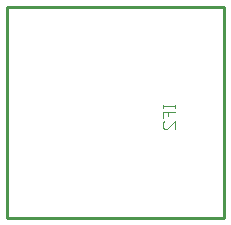
<source format=gbr>
G04 start of page 9 for group -4078 idx -4078 *
G04 Title: (unknown), bottomsilk *
G04 Creator: pcb 1.99z *
G04 CreationDate: Thu Dec 10 00:32:49 2015 UTC *
G04 For: commonadmin *
G04 Format: Gerber/RS-274X *
G04 PCB-Dimensions (mil): 2380.00 955.00 *
G04 PCB-Coordinate-Origin: lower left *
%MOIN*%
%FSLAX25Y25*%
%LNBOTTOMSILK*%
%ADD66C,0.0040*%
%ADD65C,0.0100*%
G54D65*X164047Y15965D02*Y60965D01*
Y59941D02*Y73720D01*
Y3248D02*X193024D01*
X164047D02*Y18169D01*
X192984Y3248D02*X236488D01*
X164047Y73720D02*X193024D01*
X192984D02*X236488D01*
Y3248D02*Y73720D01*
G54D66*X215992Y39965D02*Y40965D01*
Y40465D02*X219992D01*
Y39965D02*Y40965D01*
X215992Y38765D02*X219992D01*
X215992Y36765D02*Y38765D01*
X217792Y37265D02*Y38765D01*
X216492Y35565D02*X215992Y35065D01*
Y33565D02*Y35065D01*
Y33565D02*X216492Y33065D01*
X217492D01*
X219992Y35565D02*X217492Y33065D01*
X219992D02*Y35565D01*
M02*

</source>
